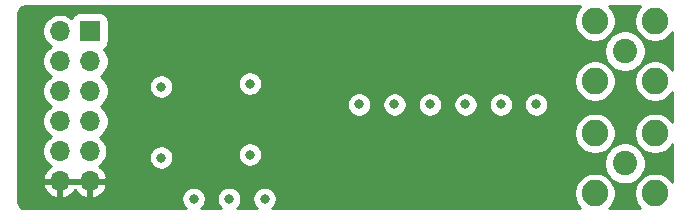
<source format=gbr>
G04 #@! TF.GenerationSoftware,KiCad,Pcbnew,5.1.10-1.fc33*
G04 #@! TF.CreationDate,2021-10-10T14:47:09-05:00*
G04 #@! TF.ProjectId,lvds_pmod,6c766473-5f70-46d6-9f64-2e6b69636164,A*
G04 #@! TF.SameCoordinates,Original*
G04 #@! TF.FileFunction,Copper,L3,Inr*
G04 #@! TF.FilePolarity,Positive*
%FSLAX46Y46*%
G04 Gerber Fmt 4.6, Leading zero omitted, Abs format (unit mm)*
G04 Created by KiCad (PCBNEW 5.1.10-1.fc33) date 2021-10-10 14:47:09*
%MOMM*%
%LPD*%
G01*
G04 APERTURE LIST*
G04 #@! TA.AperFunction,ComponentPad*
%ADD10C,2.250000*%
G04 #@! TD*
G04 #@! TA.AperFunction,ComponentPad*
%ADD11C,2.050000*%
G04 #@! TD*
G04 #@! TA.AperFunction,ComponentPad*
%ADD12O,1.700000X1.700000*%
G04 #@! TD*
G04 #@! TA.AperFunction,ComponentPad*
%ADD13R,1.700000X1.700000*%
G04 #@! TD*
G04 #@! TA.AperFunction,ViaPad*
%ADD14C,0.800000*%
G04 #@! TD*
G04 #@! TA.AperFunction,Conductor*
%ADD15C,0.254000*%
G04 #@! TD*
G04 #@! TA.AperFunction,Conductor*
%ADD16C,0.100000*%
G04 #@! TD*
G04 APERTURE END LIST*
D10*
X173960000Y-99040000D03*
X173960000Y-93960000D03*
X179040000Y-93960000D03*
X179040000Y-99040000D03*
D11*
X176500000Y-96500000D03*
D10*
X173960000Y-89540000D03*
X173960000Y-84460000D03*
X179040000Y-84460000D03*
X179040000Y-89540000D03*
D11*
X176500000Y-87000000D03*
D12*
X128660000Y-98005000D03*
X131200000Y-98005000D03*
X128660000Y-95465000D03*
X131200000Y-95465000D03*
X128660000Y-92925000D03*
X131200000Y-92925000D03*
X128660000Y-90385000D03*
X131200000Y-90385000D03*
X128660000Y-87845000D03*
X131200000Y-87845000D03*
X128660000Y-85305000D03*
D13*
X131200000Y-85305000D03*
D14*
X140087500Y-89912500D03*
X140087500Y-95912500D03*
X137250000Y-96000000D03*
X137250000Y-90000000D03*
X144750000Y-95750000D03*
X144750000Y-89750000D03*
X154000000Y-91500000D03*
X157000000Y-91500000D03*
X160000000Y-91500000D03*
X163000000Y-91500000D03*
X166000000Y-91500000D03*
X169000000Y-91500000D03*
X140000000Y-99500000D03*
X143000000Y-99500000D03*
X146000000Y-99500000D03*
D15*
X172592919Y-83338065D02*
X172400308Y-83626327D01*
X172267636Y-83946627D01*
X172200000Y-84286655D01*
X172200000Y-84633345D01*
X172267636Y-84973373D01*
X172400308Y-85293673D01*
X172592919Y-85581935D01*
X172838065Y-85827081D01*
X173126327Y-86019692D01*
X173446627Y-86152364D01*
X173786655Y-86220000D01*
X174133345Y-86220000D01*
X174473373Y-86152364D01*
X174793673Y-86019692D01*
X175081935Y-85827081D01*
X175327081Y-85581935D01*
X175519692Y-85293673D01*
X175652364Y-84973373D01*
X175720000Y-84633345D01*
X175720000Y-84286655D01*
X175652364Y-83946627D01*
X175519692Y-83626327D01*
X175327081Y-83338065D01*
X175199016Y-83210000D01*
X177800984Y-83210000D01*
X177672919Y-83338065D01*
X177480308Y-83626327D01*
X177347636Y-83946627D01*
X177280000Y-84286655D01*
X177280000Y-84633345D01*
X177347636Y-84973373D01*
X177480308Y-85293673D01*
X177672919Y-85581935D01*
X177918065Y-85827081D01*
X178206327Y-86019692D01*
X178526627Y-86152364D01*
X178866655Y-86220000D01*
X179213345Y-86220000D01*
X179553373Y-86152364D01*
X179873673Y-86019692D01*
X180161935Y-85827081D01*
X180407081Y-85581935D01*
X180535001Y-85390490D01*
X180535001Y-88609510D01*
X180407081Y-88418065D01*
X180161935Y-88172919D01*
X179873673Y-87980308D01*
X179553373Y-87847636D01*
X179213345Y-87780000D01*
X178866655Y-87780000D01*
X178526627Y-87847636D01*
X178206327Y-87980308D01*
X177918065Y-88172919D01*
X177672919Y-88418065D01*
X177480308Y-88706327D01*
X177347636Y-89026627D01*
X177280000Y-89366655D01*
X177280000Y-89713345D01*
X177347636Y-90053373D01*
X177480308Y-90373673D01*
X177672919Y-90661935D01*
X177918065Y-90907081D01*
X178206327Y-91099692D01*
X178526627Y-91232364D01*
X178866655Y-91300000D01*
X179213345Y-91300000D01*
X179553373Y-91232364D01*
X179873673Y-91099692D01*
X180161935Y-90907081D01*
X180407081Y-90661935D01*
X180535001Y-90470490D01*
X180535000Y-93029509D01*
X180407081Y-92838065D01*
X180161935Y-92592919D01*
X179873673Y-92400308D01*
X179553373Y-92267636D01*
X179213345Y-92200000D01*
X178866655Y-92200000D01*
X178526627Y-92267636D01*
X178206327Y-92400308D01*
X177918065Y-92592919D01*
X177672919Y-92838065D01*
X177480308Y-93126327D01*
X177347636Y-93446627D01*
X177280000Y-93786655D01*
X177280000Y-94133345D01*
X177347636Y-94473373D01*
X177480308Y-94793673D01*
X177672919Y-95081935D01*
X177918065Y-95327081D01*
X178206327Y-95519692D01*
X178526627Y-95652364D01*
X178866655Y-95720000D01*
X179213345Y-95720000D01*
X179553373Y-95652364D01*
X179873673Y-95519692D01*
X180161935Y-95327081D01*
X180407081Y-95081935D01*
X180535000Y-94890491D01*
X180535000Y-98109509D01*
X180407081Y-97918065D01*
X180161935Y-97672919D01*
X179873673Y-97480308D01*
X179553373Y-97347636D01*
X179213345Y-97280000D01*
X178866655Y-97280000D01*
X178526627Y-97347636D01*
X178206327Y-97480308D01*
X177918065Y-97672919D01*
X177672919Y-97918065D01*
X177480308Y-98206327D01*
X177347636Y-98526627D01*
X177280000Y-98866655D01*
X177280000Y-99213345D01*
X177347636Y-99553373D01*
X177480308Y-99873673D01*
X177672919Y-100161935D01*
X177815984Y-100305000D01*
X175184016Y-100305000D01*
X175327081Y-100161935D01*
X175519692Y-99873673D01*
X175652364Y-99553373D01*
X175720000Y-99213345D01*
X175720000Y-98866655D01*
X175652364Y-98526627D01*
X175519692Y-98206327D01*
X175327081Y-97918065D01*
X175081935Y-97672919D01*
X174793673Y-97480308D01*
X174473373Y-97347636D01*
X174133345Y-97280000D01*
X173786655Y-97280000D01*
X173446627Y-97347636D01*
X173126327Y-97480308D01*
X172838065Y-97672919D01*
X172592919Y-97918065D01*
X172400308Y-98206327D01*
X172267636Y-98526627D01*
X172200000Y-98866655D01*
X172200000Y-99213345D01*
X172267636Y-99553373D01*
X172400308Y-99873673D01*
X172592919Y-100161935D01*
X172735984Y-100305000D01*
X146658183Y-100305000D01*
X146659774Y-100303937D01*
X146803937Y-100159774D01*
X146917205Y-99990256D01*
X146995226Y-99801898D01*
X147035000Y-99601939D01*
X147035000Y-99398061D01*
X146995226Y-99198102D01*
X146917205Y-99009744D01*
X146803937Y-98840226D01*
X146659774Y-98696063D01*
X146490256Y-98582795D01*
X146301898Y-98504774D01*
X146101939Y-98465000D01*
X145898061Y-98465000D01*
X145698102Y-98504774D01*
X145509744Y-98582795D01*
X145340226Y-98696063D01*
X145196063Y-98840226D01*
X145082795Y-99009744D01*
X145004774Y-99198102D01*
X144965000Y-99398061D01*
X144965000Y-99601939D01*
X145004774Y-99801898D01*
X145082795Y-99990256D01*
X145196063Y-100159774D01*
X145340226Y-100303937D01*
X145341817Y-100305000D01*
X143658183Y-100305000D01*
X143659774Y-100303937D01*
X143803937Y-100159774D01*
X143917205Y-99990256D01*
X143995226Y-99801898D01*
X144035000Y-99601939D01*
X144035000Y-99398061D01*
X143995226Y-99198102D01*
X143917205Y-99009744D01*
X143803937Y-98840226D01*
X143659774Y-98696063D01*
X143490256Y-98582795D01*
X143301898Y-98504774D01*
X143101939Y-98465000D01*
X142898061Y-98465000D01*
X142698102Y-98504774D01*
X142509744Y-98582795D01*
X142340226Y-98696063D01*
X142196063Y-98840226D01*
X142082795Y-99009744D01*
X142004774Y-99198102D01*
X141965000Y-99398061D01*
X141965000Y-99601939D01*
X142004774Y-99801898D01*
X142082795Y-99990256D01*
X142196063Y-100159774D01*
X142340226Y-100303937D01*
X142341817Y-100305000D01*
X140658183Y-100305000D01*
X140659774Y-100303937D01*
X140803937Y-100159774D01*
X140917205Y-99990256D01*
X140995226Y-99801898D01*
X141035000Y-99601939D01*
X141035000Y-99398061D01*
X140995226Y-99198102D01*
X140917205Y-99009744D01*
X140803937Y-98840226D01*
X140659774Y-98696063D01*
X140490256Y-98582795D01*
X140301898Y-98504774D01*
X140101939Y-98465000D01*
X139898061Y-98465000D01*
X139698102Y-98504774D01*
X139509744Y-98582795D01*
X139340226Y-98696063D01*
X139196063Y-98840226D01*
X139082795Y-99009744D01*
X139004774Y-99198102D01*
X138965000Y-99398061D01*
X138965000Y-99601939D01*
X139004774Y-99801898D01*
X139082795Y-99990256D01*
X139196063Y-100159774D01*
X139340226Y-100303937D01*
X139341817Y-100305000D01*
X125762279Y-100305000D01*
X125612131Y-100290278D01*
X125498754Y-100256047D01*
X125394183Y-100200446D01*
X125302405Y-100125594D01*
X125226909Y-100034335D01*
X125170581Y-99930160D01*
X125135560Y-99817024D01*
X125120000Y-99668979D01*
X125120000Y-98361890D01*
X127218524Y-98361890D01*
X127263175Y-98509099D01*
X127388359Y-98771920D01*
X127562412Y-99005269D01*
X127778645Y-99200178D01*
X128028748Y-99349157D01*
X128303109Y-99446481D01*
X128533000Y-99325814D01*
X128533000Y-98132000D01*
X128787000Y-98132000D01*
X128787000Y-99325814D01*
X129016891Y-99446481D01*
X129291252Y-99349157D01*
X129541355Y-99200178D01*
X129757588Y-99005269D01*
X129930000Y-98774120D01*
X130102412Y-99005269D01*
X130318645Y-99200178D01*
X130568748Y-99349157D01*
X130843109Y-99446481D01*
X131073000Y-99325814D01*
X131073000Y-98132000D01*
X131327000Y-98132000D01*
X131327000Y-99325814D01*
X131556891Y-99446481D01*
X131831252Y-99349157D01*
X132081355Y-99200178D01*
X132297588Y-99005269D01*
X132471641Y-98771920D01*
X132596825Y-98509099D01*
X132641476Y-98361890D01*
X132520155Y-98132000D01*
X131327000Y-98132000D01*
X131073000Y-98132000D01*
X128787000Y-98132000D01*
X128533000Y-98132000D01*
X127339845Y-98132000D01*
X127218524Y-98361890D01*
X125120000Y-98361890D01*
X125120000Y-85158740D01*
X127175000Y-85158740D01*
X127175000Y-85451260D01*
X127232068Y-85738158D01*
X127344010Y-86008411D01*
X127506525Y-86251632D01*
X127713368Y-86458475D01*
X127887760Y-86575000D01*
X127713368Y-86691525D01*
X127506525Y-86898368D01*
X127344010Y-87141589D01*
X127232068Y-87411842D01*
X127175000Y-87698740D01*
X127175000Y-87991260D01*
X127232068Y-88278158D01*
X127344010Y-88548411D01*
X127506525Y-88791632D01*
X127713368Y-88998475D01*
X127887760Y-89115000D01*
X127713368Y-89231525D01*
X127506525Y-89438368D01*
X127344010Y-89681589D01*
X127232068Y-89951842D01*
X127175000Y-90238740D01*
X127175000Y-90531260D01*
X127232068Y-90818158D01*
X127344010Y-91088411D01*
X127506525Y-91331632D01*
X127713368Y-91538475D01*
X127887760Y-91655000D01*
X127713368Y-91771525D01*
X127506525Y-91978368D01*
X127344010Y-92221589D01*
X127232068Y-92491842D01*
X127175000Y-92778740D01*
X127175000Y-93071260D01*
X127232068Y-93358158D01*
X127344010Y-93628411D01*
X127506525Y-93871632D01*
X127713368Y-94078475D01*
X127887760Y-94195000D01*
X127713368Y-94311525D01*
X127506525Y-94518368D01*
X127344010Y-94761589D01*
X127232068Y-95031842D01*
X127175000Y-95318740D01*
X127175000Y-95611260D01*
X127232068Y-95898158D01*
X127344010Y-96168411D01*
X127506525Y-96411632D01*
X127713368Y-96618475D01*
X127895534Y-96740195D01*
X127778645Y-96809822D01*
X127562412Y-97004731D01*
X127388359Y-97238080D01*
X127263175Y-97500901D01*
X127218524Y-97648110D01*
X127339845Y-97878000D01*
X128533000Y-97878000D01*
X128533000Y-97858000D01*
X128787000Y-97858000D01*
X128787000Y-97878000D01*
X131073000Y-97878000D01*
X131073000Y-97858000D01*
X131327000Y-97858000D01*
X131327000Y-97878000D01*
X132520155Y-97878000D01*
X132641476Y-97648110D01*
X132596825Y-97500901D01*
X132471641Y-97238080D01*
X132297588Y-97004731D01*
X132081355Y-96809822D01*
X131964466Y-96740195D01*
X132146632Y-96618475D01*
X132353475Y-96411632D01*
X132515990Y-96168411D01*
X132627932Y-95898158D01*
X132627951Y-95898061D01*
X136215000Y-95898061D01*
X136215000Y-96101939D01*
X136254774Y-96301898D01*
X136332795Y-96490256D01*
X136446063Y-96659774D01*
X136590226Y-96803937D01*
X136759744Y-96917205D01*
X136948102Y-96995226D01*
X137148061Y-97035000D01*
X137351939Y-97035000D01*
X137551898Y-96995226D01*
X137740256Y-96917205D01*
X137909774Y-96803937D01*
X138053937Y-96659774D01*
X138167205Y-96490256D01*
X138245226Y-96301898D01*
X138285000Y-96101939D01*
X138285000Y-95898061D01*
X138245226Y-95698102D01*
X138224499Y-95648061D01*
X143715000Y-95648061D01*
X143715000Y-95851939D01*
X143754774Y-96051898D01*
X143832795Y-96240256D01*
X143946063Y-96409774D01*
X144090226Y-96553937D01*
X144259744Y-96667205D01*
X144448102Y-96745226D01*
X144648061Y-96785000D01*
X144851939Y-96785000D01*
X145051898Y-96745226D01*
X145240256Y-96667205D01*
X145409774Y-96553937D01*
X145553937Y-96409774D01*
X145610264Y-96325473D01*
X174728000Y-96325473D01*
X174728000Y-96674527D01*
X174796097Y-97016873D01*
X174929674Y-97339357D01*
X175123598Y-97629584D01*
X175370416Y-97876402D01*
X175660643Y-98070326D01*
X175983127Y-98203903D01*
X176325473Y-98272000D01*
X176674527Y-98272000D01*
X177016873Y-98203903D01*
X177339357Y-98070326D01*
X177629584Y-97876402D01*
X177876402Y-97629584D01*
X178070326Y-97339357D01*
X178203903Y-97016873D01*
X178272000Y-96674527D01*
X178272000Y-96325473D01*
X178203903Y-95983127D01*
X178070326Y-95660643D01*
X177876402Y-95370416D01*
X177629584Y-95123598D01*
X177339357Y-94929674D01*
X177016873Y-94796097D01*
X176674527Y-94728000D01*
X176325473Y-94728000D01*
X175983127Y-94796097D01*
X175660643Y-94929674D01*
X175370416Y-95123598D01*
X175123598Y-95370416D01*
X174929674Y-95660643D01*
X174796097Y-95983127D01*
X174728000Y-96325473D01*
X145610264Y-96325473D01*
X145667205Y-96240256D01*
X145745226Y-96051898D01*
X145785000Y-95851939D01*
X145785000Y-95648061D01*
X145745226Y-95448102D01*
X145667205Y-95259744D01*
X145553937Y-95090226D01*
X145409774Y-94946063D01*
X145240256Y-94832795D01*
X145051898Y-94754774D01*
X144851939Y-94715000D01*
X144648061Y-94715000D01*
X144448102Y-94754774D01*
X144259744Y-94832795D01*
X144090226Y-94946063D01*
X143946063Y-95090226D01*
X143832795Y-95259744D01*
X143754774Y-95448102D01*
X143715000Y-95648061D01*
X138224499Y-95648061D01*
X138167205Y-95509744D01*
X138053937Y-95340226D01*
X137909774Y-95196063D01*
X137740256Y-95082795D01*
X137551898Y-95004774D01*
X137351939Y-94965000D01*
X137148061Y-94965000D01*
X136948102Y-95004774D01*
X136759744Y-95082795D01*
X136590226Y-95196063D01*
X136446063Y-95340226D01*
X136332795Y-95509744D01*
X136254774Y-95698102D01*
X136215000Y-95898061D01*
X132627951Y-95898061D01*
X132685000Y-95611260D01*
X132685000Y-95318740D01*
X132627932Y-95031842D01*
X132515990Y-94761589D01*
X132353475Y-94518368D01*
X132146632Y-94311525D01*
X132073037Y-94262351D01*
X132218028Y-94165471D01*
X132440471Y-93943028D01*
X132544956Y-93786655D01*
X172200000Y-93786655D01*
X172200000Y-94133345D01*
X172267636Y-94473373D01*
X172400308Y-94793673D01*
X172592919Y-95081935D01*
X172838065Y-95327081D01*
X173126327Y-95519692D01*
X173446627Y-95652364D01*
X173786655Y-95720000D01*
X174133345Y-95720000D01*
X174473373Y-95652364D01*
X174793673Y-95519692D01*
X175081935Y-95327081D01*
X175327081Y-95081935D01*
X175519692Y-94793673D01*
X175652364Y-94473373D01*
X175720000Y-94133345D01*
X175720000Y-93786655D01*
X175652364Y-93446627D01*
X175519692Y-93126327D01*
X175327081Y-92838065D01*
X175081935Y-92592919D01*
X174793673Y-92400308D01*
X174473373Y-92267636D01*
X174133345Y-92200000D01*
X173786655Y-92200000D01*
X173446627Y-92267636D01*
X173126327Y-92400308D01*
X172838065Y-92592919D01*
X172592919Y-92838065D01*
X172400308Y-93126327D01*
X172267636Y-93446627D01*
X172200000Y-93786655D01*
X132544956Y-93786655D01*
X132615243Y-93681463D01*
X132735628Y-93390828D01*
X132797000Y-93082291D01*
X132797000Y-92767709D01*
X132735628Y-92459172D01*
X132615243Y-92168537D01*
X132440471Y-91906972D01*
X132218028Y-91684529D01*
X132173835Y-91655000D01*
X132218028Y-91625471D01*
X132440471Y-91403028D01*
X132443789Y-91398061D01*
X152965000Y-91398061D01*
X152965000Y-91601939D01*
X153004774Y-91801898D01*
X153082795Y-91990256D01*
X153196063Y-92159774D01*
X153340226Y-92303937D01*
X153509744Y-92417205D01*
X153698102Y-92495226D01*
X153898061Y-92535000D01*
X154101939Y-92535000D01*
X154301898Y-92495226D01*
X154490256Y-92417205D01*
X154659774Y-92303937D01*
X154803937Y-92159774D01*
X154917205Y-91990256D01*
X154995226Y-91801898D01*
X155035000Y-91601939D01*
X155035000Y-91398061D01*
X155965000Y-91398061D01*
X155965000Y-91601939D01*
X156004774Y-91801898D01*
X156082795Y-91990256D01*
X156196063Y-92159774D01*
X156340226Y-92303937D01*
X156509744Y-92417205D01*
X156698102Y-92495226D01*
X156898061Y-92535000D01*
X157101939Y-92535000D01*
X157301898Y-92495226D01*
X157490256Y-92417205D01*
X157659774Y-92303937D01*
X157803937Y-92159774D01*
X157917205Y-91990256D01*
X157995226Y-91801898D01*
X158035000Y-91601939D01*
X158035000Y-91398061D01*
X158965000Y-91398061D01*
X158965000Y-91601939D01*
X159004774Y-91801898D01*
X159082795Y-91990256D01*
X159196063Y-92159774D01*
X159340226Y-92303937D01*
X159509744Y-92417205D01*
X159698102Y-92495226D01*
X159898061Y-92535000D01*
X160101939Y-92535000D01*
X160301898Y-92495226D01*
X160490256Y-92417205D01*
X160659774Y-92303937D01*
X160803937Y-92159774D01*
X160917205Y-91990256D01*
X160995226Y-91801898D01*
X161035000Y-91601939D01*
X161035000Y-91398061D01*
X161965000Y-91398061D01*
X161965000Y-91601939D01*
X162004774Y-91801898D01*
X162082795Y-91990256D01*
X162196063Y-92159774D01*
X162340226Y-92303937D01*
X162509744Y-92417205D01*
X162698102Y-92495226D01*
X162898061Y-92535000D01*
X163101939Y-92535000D01*
X163301898Y-92495226D01*
X163490256Y-92417205D01*
X163659774Y-92303937D01*
X163803937Y-92159774D01*
X163917205Y-91990256D01*
X163995226Y-91801898D01*
X164035000Y-91601939D01*
X164035000Y-91398061D01*
X164965000Y-91398061D01*
X164965000Y-91601939D01*
X165004774Y-91801898D01*
X165082795Y-91990256D01*
X165196063Y-92159774D01*
X165340226Y-92303937D01*
X165509744Y-92417205D01*
X165698102Y-92495226D01*
X165898061Y-92535000D01*
X166101939Y-92535000D01*
X166301898Y-92495226D01*
X166490256Y-92417205D01*
X166659774Y-92303937D01*
X166803937Y-92159774D01*
X166917205Y-91990256D01*
X166995226Y-91801898D01*
X167035000Y-91601939D01*
X167035000Y-91398061D01*
X167965000Y-91398061D01*
X167965000Y-91601939D01*
X168004774Y-91801898D01*
X168082795Y-91990256D01*
X168196063Y-92159774D01*
X168340226Y-92303937D01*
X168509744Y-92417205D01*
X168698102Y-92495226D01*
X168898061Y-92535000D01*
X169101939Y-92535000D01*
X169301898Y-92495226D01*
X169490256Y-92417205D01*
X169659774Y-92303937D01*
X169803937Y-92159774D01*
X169917205Y-91990256D01*
X169995226Y-91801898D01*
X170035000Y-91601939D01*
X170035000Y-91398061D01*
X169995226Y-91198102D01*
X169917205Y-91009744D01*
X169803937Y-90840226D01*
X169659774Y-90696063D01*
X169490256Y-90582795D01*
X169301898Y-90504774D01*
X169101939Y-90465000D01*
X168898061Y-90465000D01*
X168698102Y-90504774D01*
X168509744Y-90582795D01*
X168340226Y-90696063D01*
X168196063Y-90840226D01*
X168082795Y-91009744D01*
X168004774Y-91198102D01*
X167965000Y-91398061D01*
X167035000Y-91398061D01*
X166995226Y-91198102D01*
X166917205Y-91009744D01*
X166803937Y-90840226D01*
X166659774Y-90696063D01*
X166490256Y-90582795D01*
X166301898Y-90504774D01*
X166101939Y-90465000D01*
X165898061Y-90465000D01*
X165698102Y-90504774D01*
X165509744Y-90582795D01*
X165340226Y-90696063D01*
X165196063Y-90840226D01*
X165082795Y-91009744D01*
X165004774Y-91198102D01*
X164965000Y-91398061D01*
X164035000Y-91398061D01*
X163995226Y-91198102D01*
X163917205Y-91009744D01*
X163803937Y-90840226D01*
X163659774Y-90696063D01*
X163490256Y-90582795D01*
X163301898Y-90504774D01*
X163101939Y-90465000D01*
X162898061Y-90465000D01*
X162698102Y-90504774D01*
X162509744Y-90582795D01*
X162340226Y-90696063D01*
X162196063Y-90840226D01*
X162082795Y-91009744D01*
X162004774Y-91198102D01*
X161965000Y-91398061D01*
X161035000Y-91398061D01*
X160995226Y-91198102D01*
X160917205Y-91009744D01*
X160803937Y-90840226D01*
X160659774Y-90696063D01*
X160490256Y-90582795D01*
X160301898Y-90504774D01*
X160101939Y-90465000D01*
X159898061Y-90465000D01*
X159698102Y-90504774D01*
X159509744Y-90582795D01*
X159340226Y-90696063D01*
X159196063Y-90840226D01*
X159082795Y-91009744D01*
X159004774Y-91198102D01*
X158965000Y-91398061D01*
X158035000Y-91398061D01*
X157995226Y-91198102D01*
X157917205Y-91009744D01*
X157803937Y-90840226D01*
X157659774Y-90696063D01*
X157490256Y-90582795D01*
X157301898Y-90504774D01*
X157101939Y-90465000D01*
X156898061Y-90465000D01*
X156698102Y-90504774D01*
X156509744Y-90582795D01*
X156340226Y-90696063D01*
X156196063Y-90840226D01*
X156082795Y-91009744D01*
X156004774Y-91198102D01*
X155965000Y-91398061D01*
X155035000Y-91398061D01*
X154995226Y-91198102D01*
X154917205Y-91009744D01*
X154803937Y-90840226D01*
X154659774Y-90696063D01*
X154490256Y-90582795D01*
X154301898Y-90504774D01*
X154101939Y-90465000D01*
X153898061Y-90465000D01*
X153698102Y-90504774D01*
X153509744Y-90582795D01*
X153340226Y-90696063D01*
X153196063Y-90840226D01*
X153082795Y-91009744D01*
X153004774Y-91198102D01*
X152965000Y-91398061D01*
X132443789Y-91398061D01*
X132615243Y-91141463D01*
X132735628Y-90850828D01*
X132797000Y-90542291D01*
X132797000Y-90227709D01*
X132735628Y-89919172D01*
X132726884Y-89898061D01*
X136215000Y-89898061D01*
X136215000Y-90101939D01*
X136254774Y-90301898D01*
X136332795Y-90490256D01*
X136446063Y-90659774D01*
X136590226Y-90803937D01*
X136759744Y-90917205D01*
X136948102Y-90995226D01*
X137148061Y-91035000D01*
X137351939Y-91035000D01*
X137551898Y-90995226D01*
X137740256Y-90917205D01*
X137909774Y-90803937D01*
X138053937Y-90659774D01*
X138167205Y-90490256D01*
X138245226Y-90301898D01*
X138285000Y-90101939D01*
X138285000Y-89898061D01*
X138245226Y-89698102D01*
X138224499Y-89648061D01*
X143715000Y-89648061D01*
X143715000Y-89851939D01*
X143754774Y-90051898D01*
X143832795Y-90240256D01*
X143946063Y-90409774D01*
X144090226Y-90553937D01*
X144259744Y-90667205D01*
X144448102Y-90745226D01*
X144648061Y-90785000D01*
X144851939Y-90785000D01*
X145051898Y-90745226D01*
X145240256Y-90667205D01*
X145409774Y-90553937D01*
X145553937Y-90409774D01*
X145667205Y-90240256D01*
X145745226Y-90051898D01*
X145785000Y-89851939D01*
X145785000Y-89648061D01*
X145745226Y-89448102D01*
X145711490Y-89366655D01*
X172200000Y-89366655D01*
X172200000Y-89713345D01*
X172267636Y-90053373D01*
X172400308Y-90373673D01*
X172592919Y-90661935D01*
X172838065Y-90907081D01*
X173126327Y-91099692D01*
X173446627Y-91232364D01*
X173786655Y-91300000D01*
X174133345Y-91300000D01*
X174473373Y-91232364D01*
X174793673Y-91099692D01*
X175081935Y-90907081D01*
X175327081Y-90661935D01*
X175519692Y-90373673D01*
X175652364Y-90053373D01*
X175720000Y-89713345D01*
X175720000Y-89366655D01*
X175652364Y-89026627D01*
X175519692Y-88706327D01*
X175327081Y-88418065D01*
X175081935Y-88172919D01*
X174793673Y-87980308D01*
X174473373Y-87847636D01*
X174133345Y-87780000D01*
X173786655Y-87780000D01*
X173446627Y-87847636D01*
X173126327Y-87980308D01*
X172838065Y-88172919D01*
X172592919Y-88418065D01*
X172400308Y-88706327D01*
X172267636Y-89026627D01*
X172200000Y-89366655D01*
X145711490Y-89366655D01*
X145667205Y-89259744D01*
X145553937Y-89090226D01*
X145409774Y-88946063D01*
X145240256Y-88832795D01*
X145051898Y-88754774D01*
X144851939Y-88715000D01*
X144648061Y-88715000D01*
X144448102Y-88754774D01*
X144259744Y-88832795D01*
X144090226Y-88946063D01*
X143946063Y-89090226D01*
X143832795Y-89259744D01*
X143754774Y-89448102D01*
X143715000Y-89648061D01*
X138224499Y-89648061D01*
X138167205Y-89509744D01*
X138053937Y-89340226D01*
X137909774Y-89196063D01*
X137740256Y-89082795D01*
X137551898Y-89004774D01*
X137351939Y-88965000D01*
X137148061Y-88965000D01*
X136948102Y-89004774D01*
X136759744Y-89082795D01*
X136590226Y-89196063D01*
X136446063Y-89340226D01*
X136332795Y-89509744D01*
X136254774Y-89698102D01*
X136215000Y-89898061D01*
X132726884Y-89898061D01*
X132615243Y-89628537D01*
X132440471Y-89366972D01*
X132218028Y-89144529D01*
X132173835Y-89115000D01*
X132218028Y-89085471D01*
X132440471Y-88863028D01*
X132615243Y-88601463D01*
X132735628Y-88310828D01*
X132797000Y-88002291D01*
X132797000Y-87687709D01*
X132735628Y-87379172D01*
X132615243Y-87088537D01*
X132440471Y-86826972D01*
X132438972Y-86825473D01*
X174728000Y-86825473D01*
X174728000Y-87174527D01*
X174796097Y-87516873D01*
X174929674Y-87839357D01*
X175123598Y-88129584D01*
X175370416Y-88376402D01*
X175660643Y-88570326D01*
X175983127Y-88703903D01*
X176325473Y-88772000D01*
X176674527Y-88772000D01*
X177016873Y-88703903D01*
X177339357Y-88570326D01*
X177629584Y-88376402D01*
X177876402Y-88129584D01*
X178070326Y-87839357D01*
X178203903Y-87516873D01*
X178272000Y-87174527D01*
X178272000Y-86825473D01*
X178203903Y-86483127D01*
X178070326Y-86160643D01*
X177876402Y-85870416D01*
X177629584Y-85623598D01*
X177339357Y-85429674D01*
X177016873Y-85296097D01*
X176674527Y-85228000D01*
X176325473Y-85228000D01*
X175983127Y-85296097D01*
X175660643Y-85429674D01*
X175370416Y-85623598D01*
X175123598Y-85870416D01*
X174929674Y-86160643D01*
X174796097Y-86483127D01*
X174728000Y-86825473D01*
X132438972Y-86825473D01*
X132418530Y-86805031D01*
X132467019Y-86779113D01*
X132580764Y-86685764D01*
X132674113Y-86572019D01*
X132743477Y-86442248D01*
X132786191Y-86301438D01*
X132800614Y-86155000D01*
X132800614Y-84455000D01*
X132786191Y-84308562D01*
X132743477Y-84167752D01*
X132674113Y-84037981D01*
X132580764Y-83924236D01*
X132467019Y-83830887D01*
X132337248Y-83761523D01*
X132196438Y-83718809D01*
X132050000Y-83704386D01*
X130350000Y-83704386D01*
X130203562Y-83718809D01*
X130062752Y-83761523D01*
X129932981Y-83830887D01*
X129819236Y-83924236D01*
X129725887Y-84037981D01*
X129656523Y-84167752D01*
X129648688Y-84193581D01*
X129606632Y-84151525D01*
X129363411Y-83989010D01*
X129093158Y-83877068D01*
X128806260Y-83820000D01*
X128513740Y-83820000D01*
X128226842Y-83877068D01*
X127956589Y-83989010D01*
X127713368Y-84151525D01*
X127506525Y-84358368D01*
X127344010Y-84601589D01*
X127232068Y-84871842D01*
X127175000Y-85158740D01*
X125120000Y-85158740D01*
X125120000Y-83852279D01*
X125134722Y-83702131D01*
X125168953Y-83588754D01*
X125224555Y-83484181D01*
X125299407Y-83392404D01*
X125390664Y-83316909D01*
X125494844Y-83260581D01*
X125607976Y-83225560D01*
X125756022Y-83210000D01*
X172720984Y-83210000D01*
X172592919Y-83338065D01*
G04 #@! TA.AperFunction,Conductor*
D16*
G36*
X172592919Y-83338065D02*
G01*
X172400308Y-83626327D01*
X172267636Y-83946627D01*
X172200000Y-84286655D01*
X172200000Y-84633345D01*
X172267636Y-84973373D01*
X172400308Y-85293673D01*
X172592919Y-85581935D01*
X172838065Y-85827081D01*
X173126327Y-86019692D01*
X173446627Y-86152364D01*
X173786655Y-86220000D01*
X174133345Y-86220000D01*
X174473373Y-86152364D01*
X174793673Y-86019692D01*
X175081935Y-85827081D01*
X175327081Y-85581935D01*
X175519692Y-85293673D01*
X175652364Y-84973373D01*
X175720000Y-84633345D01*
X175720000Y-84286655D01*
X175652364Y-83946627D01*
X175519692Y-83626327D01*
X175327081Y-83338065D01*
X175199016Y-83210000D01*
X177800984Y-83210000D01*
X177672919Y-83338065D01*
X177480308Y-83626327D01*
X177347636Y-83946627D01*
X177280000Y-84286655D01*
X177280000Y-84633345D01*
X177347636Y-84973373D01*
X177480308Y-85293673D01*
X177672919Y-85581935D01*
X177918065Y-85827081D01*
X178206327Y-86019692D01*
X178526627Y-86152364D01*
X178866655Y-86220000D01*
X179213345Y-86220000D01*
X179553373Y-86152364D01*
X179873673Y-86019692D01*
X180161935Y-85827081D01*
X180407081Y-85581935D01*
X180535001Y-85390490D01*
X180535001Y-88609510D01*
X180407081Y-88418065D01*
X180161935Y-88172919D01*
X179873673Y-87980308D01*
X179553373Y-87847636D01*
X179213345Y-87780000D01*
X178866655Y-87780000D01*
X178526627Y-87847636D01*
X178206327Y-87980308D01*
X177918065Y-88172919D01*
X177672919Y-88418065D01*
X177480308Y-88706327D01*
X177347636Y-89026627D01*
X177280000Y-89366655D01*
X177280000Y-89713345D01*
X177347636Y-90053373D01*
X177480308Y-90373673D01*
X177672919Y-90661935D01*
X177918065Y-90907081D01*
X178206327Y-91099692D01*
X178526627Y-91232364D01*
X178866655Y-91300000D01*
X179213345Y-91300000D01*
X179553373Y-91232364D01*
X179873673Y-91099692D01*
X180161935Y-90907081D01*
X180407081Y-90661935D01*
X180535001Y-90470490D01*
X180535000Y-93029509D01*
X180407081Y-92838065D01*
X180161935Y-92592919D01*
X179873673Y-92400308D01*
X179553373Y-92267636D01*
X179213345Y-92200000D01*
X178866655Y-92200000D01*
X178526627Y-92267636D01*
X178206327Y-92400308D01*
X177918065Y-92592919D01*
X177672919Y-92838065D01*
X177480308Y-93126327D01*
X177347636Y-93446627D01*
X177280000Y-93786655D01*
X177280000Y-94133345D01*
X177347636Y-94473373D01*
X177480308Y-94793673D01*
X177672919Y-95081935D01*
X177918065Y-95327081D01*
X178206327Y-95519692D01*
X178526627Y-95652364D01*
X178866655Y-95720000D01*
X179213345Y-95720000D01*
X179553373Y-95652364D01*
X179873673Y-95519692D01*
X180161935Y-95327081D01*
X180407081Y-95081935D01*
X180535000Y-94890491D01*
X180535000Y-98109509D01*
X180407081Y-97918065D01*
X180161935Y-97672919D01*
X179873673Y-97480308D01*
X179553373Y-97347636D01*
X179213345Y-97280000D01*
X178866655Y-97280000D01*
X178526627Y-97347636D01*
X178206327Y-97480308D01*
X177918065Y-97672919D01*
X177672919Y-97918065D01*
X177480308Y-98206327D01*
X177347636Y-98526627D01*
X177280000Y-98866655D01*
X177280000Y-99213345D01*
X177347636Y-99553373D01*
X177480308Y-99873673D01*
X177672919Y-100161935D01*
X177815984Y-100305000D01*
X175184016Y-100305000D01*
X175327081Y-100161935D01*
X175519692Y-99873673D01*
X175652364Y-99553373D01*
X175720000Y-99213345D01*
X175720000Y-98866655D01*
X175652364Y-98526627D01*
X175519692Y-98206327D01*
X175327081Y-97918065D01*
X175081935Y-97672919D01*
X174793673Y-97480308D01*
X174473373Y-97347636D01*
X174133345Y-97280000D01*
X173786655Y-97280000D01*
X173446627Y-97347636D01*
X173126327Y-97480308D01*
X172838065Y-97672919D01*
X172592919Y-97918065D01*
X172400308Y-98206327D01*
X172267636Y-98526627D01*
X172200000Y-98866655D01*
X172200000Y-99213345D01*
X172267636Y-99553373D01*
X172400308Y-99873673D01*
X172592919Y-100161935D01*
X172735984Y-100305000D01*
X146658183Y-100305000D01*
X146659774Y-100303937D01*
X146803937Y-100159774D01*
X146917205Y-99990256D01*
X146995226Y-99801898D01*
X147035000Y-99601939D01*
X147035000Y-99398061D01*
X146995226Y-99198102D01*
X146917205Y-99009744D01*
X146803937Y-98840226D01*
X146659774Y-98696063D01*
X146490256Y-98582795D01*
X146301898Y-98504774D01*
X146101939Y-98465000D01*
X145898061Y-98465000D01*
X145698102Y-98504774D01*
X145509744Y-98582795D01*
X145340226Y-98696063D01*
X145196063Y-98840226D01*
X145082795Y-99009744D01*
X145004774Y-99198102D01*
X144965000Y-99398061D01*
X144965000Y-99601939D01*
X145004774Y-99801898D01*
X145082795Y-99990256D01*
X145196063Y-100159774D01*
X145340226Y-100303937D01*
X145341817Y-100305000D01*
X143658183Y-100305000D01*
X143659774Y-100303937D01*
X143803937Y-100159774D01*
X143917205Y-99990256D01*
X143995226Y-99801898D01*
X144035000Y-99601939D01*
X144035000Y-99398061D01*
X143995226Y-99198102D01*
X143917205Y-99009744D01*
X143803937Y-98840226D01*
X143659774Y-98696063D01*
X143490256Y-98582795D01*
X143301898Y-98504774D01*
X143101939Y-98465000D01*
X142898061Y-98465000D01*
X142698102Y-98504774D01*
X142509744Y-98582795D01*
X142340226Y-98696063D01*
X142196063Y-98840226D01*
X142082795Y-99009744D01*
X142004774Y-99198102D01*
X141965000Y-99398061D01*
X141965000Y-99601939D01*
X142004774Y-99801898D01*
X142082795Y-99990256D01*
X142196063Y-100159774D01*
X142340226Y-100303937D01*
X142341817Y-100305000D01*
X140658183Y-100305000D01*
X140659774Y-100303937D01*
X140803937Y-100159774D01*
X140917205Y-99990256D01*
X140995226Y-99801898D01*
X141035000Y-99601939D01*
X141035000Y-99398061D01*
X140995226Y-99198102D01*
X140917205Y-99009744D01*
X140803937Y-98840226D01*
X140659774Y-98696063D01*
X140490256Y-98582795D01*
X140301898Y-98504774D01*
X140101939Y-98465000D01*
X139898061Y-98465000D01*
X139698102Y-98504774D01*
X139509744Y-98582795D01*
X139340226Y-98696063D01*
X139196063Y-98840226D01*
X139082795Y-99009744D01*
X139004774Y-99198102D01*
X138965000Y-99398061D01*
X138965000Y-99601939D01*
X139004774Y-99801898D01*
X139082795Y-99990256D01*
X139196063Y-100159774D01*
X139340226Y-100303937D01*
X139341817Y-100305000D01*
X125762279Y-100305000D01*
X125612131Y-100290278D01*
X125498754Y-100256047D01*
X125394183Y-100200446D01*
X125302405Y-100125594D01*
X125226909Y-100034335D01*
X125170581Y-99930160D01*
X125135560Y-99817024D01*
X125120000Y-99668979D01*
X125120000Y-98361890D01*
X127218524Y-98361890D01*
X127263175Y-98509099D01*
X127388359Y-98771920D01*
X127562412Y-99005269D01*
X127778645Y-99200178D01*
X128028748Y-99349157D01*
X128303109Y-99446481D01*
X128533000Y-99325814D01*
X128533000Y-98132000D01*
X128787000Y-98132000D01*
X128787000Y-99325814D01*
X129016891Y-99446481D01*
X129291252Y-99349157D01*
X129541355Y-99200178D01*
X129757588Y-99005269D01*
X129930000Y-98774120D01*
X130102412Y-99005269D01*
X130318645Y-99200178D01*
X130568748Y-99349157D01*
X130843109Y-99446481D01*
X131073000Y-99325814D01*
X131073000Y-98132000D01*
X131327000Y-98132000D01*
X131327000Y-99325814D01*
X131556891Y-99446481D01*
X131831252Y-99349157D01*
X132081355Y-99200178D01*
X132297588Y-99005269D01*
X132471641Y-98771920D01*
X132596825Y-98509099D01*
X132641476Y-98361890D01*
X132520155Y-98132000D01*
X131327000Y-98132000D01*
X131073000Y-98132000D01*
X128787000Y-98132000D01*
X128533000Y-98132000D01*
X127339845Y-98132000D01*
X127218524Y-98361890D01*
X125120000Y-98361890D01*
X125120000Y-85158740D01*
X127175000Y-85158740D01*
X127175000Y-85451260D01*
X127232068Y-85738158D01*
X127344010Y-86008411D01*
X127506525Y-86251632D01*
X127713368Y-86458475D01*
X127887760Y-86575000D01*
X127713368Y-86691525D01*
X127506525Y-86898368D01*
X127344010Y-87141589D01*
X127232068Y-87411842D01*
X127175000Y-87698740D01*
X127175000Y-87991260D01*
X127232068Y-88278158D01*
X127344010Y-88548411D01*
X127506525Y-88791632D01*
X127713368Y-88998475D01*
X127887760Y-89115000D01*
X127713368Y-89231525D01*
X127506525Y-89438368D01*
X127344010Y-89681589D01*
X127232068Y-89951842D01*
X127175000Y-90238740D01*
X127175000Y-90531260D01*
X127232068Y-90818158D01*
X127344010Y-91088411D01*
X127506525Y-91331632D01*
X127713368Y-91538475D01*
X127887760Y-91655000D01*
X127713368Y-91771525D01*
X127506525Y-91978368D01*
X127344010Y-92221589D01*
X127232068Y-92491842D01*
X127175000Y-92778740D01*
X127175000Y-93071260D01*
X127232068Y-93358158D01*
X127344010Y-93628411D01*
X127506525Y-93871632D01*
X127713368Y-94078475D01*
X127887760Y-94195000D01*
X127713368Y-94311525D01*
X127506525Y-94518368D01*
X127344010Y-94761589D01*
X127232068Y-95031842D01*
X127175000Y-95318740D01*
X127175000Y-95611260D01*
X127232068Y-95898158D01*
X127344010Y-96168411D01*
X127506525Y-96411632D01*
X127713368Y-96618475D01*
X127895534Y-96740195D01*
X127778645Y-96809822D01*
X127562412Y-97004731D01*
X127388359Y-97238080D01*
X127263175Y-97500901D01*
X127218524Y-97648110D01*
X127339845Y-97878000D01*
X128533000Y-97878000D01*
X128533000Y-97858000D01*
X128787000Y-97858000D01*
X128787000Y-97878000D01*
X131073000Y-97878000D01*
X131073000Y-97858000D01*
X131327000Y-97858000D01*
X131327000Y-97878000D01*
X132520155Y-97878000D01*
X132641476Y-97648110D01*
X132596825Y-97500901D01*
X132471641Y-97238080D01*
X132297588Y-97004731D01*
X132081355Y-96809822D01*
X131964466Y-96740195D01*
X132146632Y-96618475D01*
X132353475Y-96411632D01*
X132515990Y-96168411D01*
X132627932Y-95898158D01*
X132627951Y-95898061D01*
X136215000Y-95898061D01*
X136215000Y-96101939D01*
X136254774Y-96301898D01*
X136332795Y-96490256D01*
X136446063Y-96659774D01*
X136590226Y-96803937D01*
X136759744Y-96917205D01*
X136948102Y-96995226D01*
X137148061Y-97035000D01*
X137351939Y-97035000D01*
X137551898Y-96995226D01*
X137740256Y-96917205D01*
X137909774Y-96803937D01*
X138053937Y-96659774D01*
X138167205Y-96490256D01*
X138245226Y-96301898D01*
X138285000Y-96101939D01*
X138285000Y-95898061D01*
X138245226Y-95698102D01*
X138224499Y-95648061D01*
X143715000Y-95648061D01*
X143715000Y-95851939D01*
X143754774Y-96051898D01*
X143832795Y-96240256D01*
X143946063Y-96409774D01*
X144090226Y-96553937D01*
X144259744Y-96667205D01*
X144448102Y-96745226D01*
X144648061Y-96785000D01*
X144851939Y-96785000D01*
X145051898Y-96745226D01*
X145240256Y-96667205D01*
X145409774Y-96553937D01*
X145553937Y-96409774D01*
X145610264Y-96325473D01*
X174728000Y-96325473D01*
X174728000Y-96674527D01*
X174796097Y-97016873D01*
X174929674Y-97339357D01*
X175123598Y-97629584D01*
X175370416Y-97876402D01*
X175660643Y-98070326D01*
X175983127Y-98203903D01*
X176325473Y-98272000D01*
X176674527Y-98272000D01*
X177016873Y-98203903D01*
X177339357Y-98070326D01*
X177629584Y-97876402D01*
X177876402Y-97629584D01*
X178070326Y-97339357D01*
X178203903Y-97016873D01*
X178272000Y-96674527D01*
X178272000Y-96325473D01*
X178203903Y-95983127D01*
X178070326Y-95660643D01*
X177876402Y-95370416D01*
X177629584Y-95123598D01*
X177339357Y-94929674D01*
X177016873Y-94796097D01*
X176674527Y-94728000D01*
X176325473Y-94728000D01*
X175983127Y-94796097D01*
X175660643Y-94929674D01*
X175370416Y-95123598D01*
X175123598Y-95370416D01*
X174929674Y-95660643D01*
X174796097Y-95983127D01*
X174728000Y-96325473D01*
X145610264Y-96325473D01*
X145667205Y-96240256D01*
X145745226Y-96051898D01*
X145785000Y-95851939D01*
X145785000Y-95648061D01*
X145745226Y-95448102D01*
X145667205Y-95259744D01*
X145553937Y-95090226D01*
X145409774Y-94946063D01*
X145240256Y-94832795D01*
X145051898Y-94754774D01*
X144851939Y-94715000D01*
X144648061Y-94715000D01*
X144448102Y-94754774D01*
X144259744Y-94832795D01*
X144090226Y-94946063D01*
X143946063Y-95090226D01*
X143832795Y-95259744D01*
X143754774Y-95448102D01*
X143715000Y-95648061D01*
X138224499Y-95648061D01*
X138167205Y-95509744D01*
X138053937Y-95340226D01*
X137909774Y-95196063D01*
X137740256Y-95082795D01*
X137551898Y-95004774D01*
X137351939Y-94965000D01*
X137148061Y-94965000D01*
X136948102Y-95004774D01*
X136759744Y-95082795D01*
X136590226Y-95196063D01*
X136446063Y-95340226D01*
X136332795Y-95509744D01*
X136254774Y-95698102D01*
X136215000Y-95898061D01*
X132627951Y-95898061D01*
X132685000Y-95611260D01*
X132685000Y-95318740D01*
X132627932Y-95031842D01*
X132515990Y-94761589D01*
X132353475Y-94518368D01*
X132146632Y-94311525D01*
X132073037Y-94262351D01*
X132218028Y-94165471D01*
X132440471Y-93943028D01*
X132544956Y-93786655D01*
X172200000Y-93786655D01*
X172200000Y-94133345D01*
X172267636Y-94473373D01*
X172400308Y-94793673D01*
X172592919Y-95081935D01*
X172838065Y-95327081D01*
X173126327Y-95519692D01*
X173446627Y-95652364D01*
X173786655Y-95720000D01*
X174133345Y-95720000D01*
X174473373Y-95652364D01*
X174793673Y-95519692D01*
X175081935Y-95327081D01*
X175327081Y-95081935D01*
X175519692Y-94793673D01*
X175652364Y-94473373D01*
X175720000Y-94133345D01*
X175720000Y-93786655D01*
X175652364Y-93446627D01*
X175519692Y-93126327D01*
X175327081Y-92838065D01*
X175081935Y-92592919D01*
X174793673Y-92400308D01*
X174473373Y-92267636D01*
X174133345Y-92200000D01*
X173786655Y-92200000D01*
X173446627Y-92267636D01*
X173126327Y-92400308D01*
X172838065Y-92592919D01*
X172592919Y-92838065D01*
X172400308Y-93126327D01*
X172267636Y-93446627D01*
X172200000Y-93786655D01*
X132544956Y-93786655D01*
X132615243Y-93681463D01*
X132735628Y-93390828D01*
X132797000Y-93082291D01*
X132797000Y-92767709D01*
X132735628Y-92459172D01*
X132615243Y-92168537D01*
X132440471Y-91906972D01*
X132218028Y-91684529D01*
X132173835Y-91655000D01*
X132218028Y-91625471D01*
X132440471Y-91403028D01*
X132443789Y-91398061D01*
X152965000Y-91398061D01*
X152965000Y-91601939D01*
X153004774Y-91801898D01*
X153082795Y-91990256D01*
X153196063Y-92159774D01*
X153340226Y-92303937D01*
X153509744Y-92417205D01*
X153698102Y-92495226D01*
X153898061Y-92535000D01*
X154101939Y-92535000D01*
X154301898Y-92495226D01*
X154490256Y-92417205D01*
X154659774Y-92303937D01*
X154803937Y-92159774D01*
X154917205Y-91990256D01*
X154995226Y-91801898D01*
X155035000Y-91601939D01*
X155035000Y-91398061D01*
X155965000Y-91398061D01*
X155965000Y-91601939D01*
X156004774Y-91801898D01*
X156082795Y-91990256D01*
X156196063Y-92159774D01*
X156340226Y-92303937D01*
X156509744Y-92417205D01*
X156698102Y-92495226D01*
X156898061Y-92535000D01*
X157101939Y-92535000D01*
X157301898Y-92495226D01*
X157490256Y-92417205D01*
X157659774Y-92303937D01*
X157803937Y-92159774D01*
X157917205Y-91990256D01*
X157995226Y-91801898D01*
X158035000Y-91601939D01*
X158035000Y-91398061D01*
X158965000Y-91398061D01*
X158965000Y-91601939D01*
X159004774Y-91801898D01*
X159082795Y-91990256D01*
X159196063Y-92159774D01*
X159340226Y-92303937D01*
X159509744Y-92417205D01*
X159698102Y-92495226D01*
X159898061Y-92535000D01*
X160101939Y-92535000D01*
X160301898Y-92495226D01*
X160490256Y-92417205D01*
X160659774Y-92303937D01*
X160803937Y-92159774D01*
X160917205Y-91990256D01*
X160995226Y-91801898D01*
X161035000Y-91601939D01*
X161035000Y-91398061D01*
X161965000Y-91398061D01*
X161965000Y-91601939D01*
X162004774Y-91801898D01*
X162082795Y-91990256D01*
X162196063Y-92159774D01*
X162340226Y-92303937D01*
X162509744Y-92417205D01*
X162698102Y-92495226D01*
X162898061Y-92535000D01*
X163101939Y-92535000D01*
X163301898Y-92495226D01*
X163490256Y-92417205D01*
X163659774Y-92303937D01*
X163803937Y-92159774D01*
X163917205Y-91990256D01*
X163995226Y-91801898D01*
X164035000Y-91601939D01*
X164035000Y-91398061D01*
X164965000Y-91398061D01*
X164965000Y-91601939D01*
X165004774Y-91801898D01*
X165082795Y-91990256D01*
X165196063Y-92159774D01*
X165340226Y-92303937D01*
X165509744Y-92417205D01*
X165698102Y-92495226D01*
X165898061Y-92535000D01*
X166101939Y-92535000D01*
X166301898Y-92495226D01*
X166490256Y-92417205D01*
X166659774Y-92303937D01*
X166803937Y-92159774D01*
X166917205Y-91990256D01*
X166995226Y-91801898D01*
X167035000Y-91601939D01*
X167035000Y-91398061D01*
X167965000Y-91398061D01*
X167965000Y-91601939D01*
X168004774Y-91801898D01*
X168082795Y-91990256D01*
X168196063Y-92159774D01*
X168340226Y-92303937D01*
X168509744Y-92417205D01*
X168698102Y-92495226D01*
X168898061Y-92535000D01*
X169101939Y-92535000D01*
X169301898Y-92495226D01*
X169490256Y-92417205D01*
X169659774Y-92303937D01*
X169803937Y-92159774D01*
X169917205Y-91990256D01*
X169995226Y-91801898D01*
X170035000Y-91601939D01*
X170035000Y-91398061D01*
X169995226Y-91198102D01*
X169917205Y-91009744D01*
X169803937Y-90840226D01*
X169659774Y-90696063D01*
X169490256Y-90582795D01*
X169301898Y-90504774D01*
X169101939Y-90465000D01*
X168898061Y-90465000D01*
X168698102Y-90504774D01*
X168509744Y-90582795D01*
X168340226Y-90696063D01*
X168196063Y-90840226D01*
X168082795Y-91009744D01*
X168004774Y-91198102D01*
X167965000Y-91398061D01*
X167035000Y-91398061D01*
X166995226Y-91198102D01*
X166917205Y-91009744D01*
X166803937Y-90840226D01*
X166659774Y-90696063D01*
X166490256Y-90582795D01*
X166301898Y-90504774D01*
X166101939Y-90465000D01*
X165898061Y-90465000D01*
X165698102Y-90504774D01*
X165509744Y-90582795D01*
X165340226Y-90696063D01*
X165196063Y-90840226D01*
X165082795Y-91009744D01*
X165004774Y-91198102D01*
X164965000Y-91398061D01*
X164035000Y-91398061D01*
X163995226Y-91198102D01*
X163917205Y-91009744D01*
X163803937Y-90840226D01*
X163659774Y-90696063D01*
X163490256Y-90582795D01*
X163301898Y-90504774D01*
X163101939Y-90465000D01*
X162898061Y-90465000D01*
X162698102Y-90504774D01*
X162509744Y-90582795D01*
X162340226Y-90696063D01*
X162196063Y-90840226D01*
X162082795Y-91009744D01*
X162004774Y-91198102D01*
X161965000Y-91398061D01*
X161035000Y-91398061D01*
X160995226Y-91198102D01*
X160917205Y-91009744D01*
X160803937Y-90840226D01*
X160659774Y-90696063D01*
X160490256Y-90582795D01*
X160301898Y-90504774D01*
X160101939Y-90465000D01*
X159898061Y-90465000D01*
X159698102Y-90504774D01*
X159509744Y-90582795D01*
X159340226Y-90696063D01*
X159196063Y-90840226D01*
X159082795Y-91009744D01*
X159004774Y-91198102D01*
X158965000Y-91398061D01*
X158035000Y-91398061D01*
X157995226Y-91198102D01*
X157917205Y-91009744D01*
X157803937Y-90840226D01*
X157659774Y-90696063D01*
X157490256Y-90582795D01*
X157301898Y-90504774D01*
X157101939Y-90465000D01*
X156898061Y-90465000D01*
X156698102Y-90504774D01*
X156509744Y-90582795D01*
X156340226Y-90696063D01*
X156196063Y-90840226D01*
X156082795Y-91009744D01*
X156004774Y-91198102D01*
X155965000Y-91398061D01*
X155035000Y-91398061D01*
X154995226Y-91198102D01*
X154917205Y-91009744D01*
X154803937Y-90840226D01*
X154659774Y-90696063D01*
X154490256Y-90582795D01*
X154301898Y-90504774D01*
X154101939Y-90465000D01*
X153898061Y-90465000D01*
X153698102Y-90504774D01*
X153509744Y-90582795D01*
X153340226Y-90696063D01*
X153196063Y-90840226D01*
X153082795Y-91009744D01*
X153004774Y-91198102D01*
X152965000Y-91398061D01*
X132443789Y-91398061D01*
X132615243Y-91141463D01*
X132735628Y-90850828D01*
X132797000Y-90542291D01*
X132797000Y-90227709D01*
X132735628Y-89919172D01*
X132726884Y-89898061D01*
X136215000Y-89898061D01*
X136215000Y-90101939D01*
X136254774Y-90301898D01*
X136332795Y-90490256D01*
X136446063Y-90659774D01*
X136590226Y-90803937D01*
X136759744Y-90917205D01*
X136948102Y-90995226D01*
X137148061Y-91035000D01*
X137351939Y-91035000D01*
X137551898Y-90995226D01*
X137740256Y-90917205D01*
X137909774Y-90803937D01*
X138053937Y-90659774D01*
X138167205Y-90490256D01*
X138245226Y-90301898D01*
X138285000Y-90101939D01*
X138285000Y-89898061D01*
X138245226Y-89698102D01*
X138224499Y-89648061D01*
X143715000Y-89648061D01*
X143715000Y-89851939D01*
X143754774Y-90051898D01*
X143832795Y-90240256D01*
X143946063Y-90409774D01*
X144090226Y-90553937D01*
X144259744Y-90667205D01*
X144448102Y-90745226D01*
X144648061Y-90785000D01*
X144851939Y-90785000D01*
X145051898Y-90745226D01*
X145240256Y-90667205D01*
X145409774Y-90553937D01*
X145553937Y-90409774D01*
X145667205Y-90240256D01*
X145745226Y-90051898D01*
X145785000Y-89851939D01*
X145785000Y-89648061D01*
X145745226Y-89448102D01*
X145711490Y-89366655D01*
X172200000Y-89366655D01*
X172200000Y-89713345D01*
X172267636Y-90053373D01*
X172400308Y-90373673D01*
X172592919Y-90661935D01*
X172838065Y-90907081D01*
X173126327Y-91099692D01*
X173446627Y-91232364D01*
X173786655Y-91300000D01*
X174133345Y-91300000D01*
X174473373Y-91232364D01*
X174793673Y-91099692D01*
X175081935Y-90907081D01*
X175327081Y-90661935D01*
X175519692Y-90373673D01*
X175652364Y-90053373D01*
X175720000Y-89713345D01*
X175720000Y-89366655D01*
X175652364Y-89026627D01*
X175519692Y-88706327D01*
X175327081Y-88418065D01*
X175081935Y-88172919D01*
X174793673Y-87980308D01*
X174473373Y-87847636D01*
X174133345Y-87780000D01*
X173786655Y-87780000D01*
X173446627Y-87847636D01*
X173126327Y-87980308D01*
X172838065Y-88172919D01*
X172592919Y-88418065D01*
X172400308Y-88706327D01*
X172267636Y-89026627D01*
X172200000Y-89366655D01*
X145711490Y-89366655D01*
X145667205Y-89259744D01*
X145553937Y-89090226D01*
X145409774Y-88946063D01*
X145240256Y-88832795D01*
X145051898Y-88754774D01*
X144851939Y-88715000D01*
X144648061Y-88715000D01*
X144448102Y-88754774D01*
X144259744Y-88832795D01*
X144090226Y-88946063D01*
X143946063Y-89090226D01*
X143832795Y-89259744D01*
X143754774Y-89448102D01*
X143715000Y-89648061D01*
X138224499Y-89648061D01*
X138167205Y-89509744D01*
X138053937Y-89340226D01*
X137909774Y-89196063D01*
X137740256Y-89082795D01*
X137551898Y-89004774D01*
X137351939Y-88965000D01*
X137148061Y-88965000D01*
X136948102Y-89004774D01*
X136759744Y-89082795D01*
X136590226Y-89196063D01*
X136446063Y-89340226D01*
X136332795Y-89509744D01*
X136254774Y-89698102D01*
X136215000Y-89898061D01*
X132726884Y-89898061D01*
X132615243Y-89628537D01*
X132440471Y-89366972D01*
X132218028Y-89144529D01*
X132173835Y-89115000D01*
X132218028Y-89085471D01*
X132440471Y-88863028D01*
X132615243Y-88601463D01*
X132735628Y-88310828D01*
X132797000Y-88002291D01*
X132797000Y-87687709D01*
X132735628Y-87379172D01*
X132615243Y-87088537D01*
X132440471Y-86826972D01*
X132438972Y-86825473D01*
X174728000Y-86825473D01*
X174728000Y-87174527D01*
X174796097Y-87516873D01*
X174929674Y-87839357D01*
X175123598Y-88129584D01*
X175370416Y-88376402D01*
X175660643Y-88570326D01*
X175983127Y-88703903D01*
X176325473Y-88772000D01*
X176674527Y-88772000D01*
X177016873Y-88703903D01*
X177339357Y-88570326D01*
X177629584Y-88376402D01*
X177876402Y-88129584D01*
X178070326Y-87839357D01*
X178203903Y-87516873D01*
X178272000Y-87174527D01*
X178272000Y-86825473D01*
X178203903Y-86483127D01*
X178070326Y-86160643D01*
X177876402Y-85870416D01*
X177629584Y-85623598D01*
X177339357Y-85429674D01*
X177016873Y-85296097D01*
X176674527Y-85228000D01*
X176325473Y-85228000D01*
X175983127Y-85296097D01*
X175660643Y-85429674D01*
X175370416Y-85623598D01*
X175123598Y-85870416D01*
X174929674Y-86160643D01*
X174796097Y-86483127D01*
X174728000Y-86825473D01*
X132438972Y-86825473D01*
X132418530Y-86805031D01*
X132467019Y-86779113D01*
X132580764Y-86685764D01*
X132674113Y-86572019D01*
X132743477Y-86442248D01*
X132786191Y-86301438D01*
X132800614Y-86155000D01*
X132800614Y-84455000D01*
X132786191Y-84308562D01*
X132743477Y-84167752D01*
X132674113Y-84037981D01*
X132580764Y-83924236D01*
X132467019Y-83830887D01*
X132337248Y-83761523D01*
X132196438Y-83718809D01*
X132050000Y-83704386D01*
X130350000Y-83704386D01*
X130203562Y-83718809D01*
X130062752Y-83761523D01*
X129932981Y-83830887D01*
X129819236Y-83924236D01*
X129725887Y-84037981D01*
X129656523Y-84167752D01*
X129648688Y-84193581D01*
X129606632Y-84151525D01*
X129363411Y-83989010D01*
X129093158Y-83877068D01*
X128806260Y-83820000D01*
X128513740Y-83820000D01*
X128226842Y-83877068D01*
X127956589Y-83989010D01*
X127713368Y-84151525D01*
X127506525Y-84358368D01*
X127344010Y-84601589D01*
X127232068Y-84871842D01*
X127175000Y-85158740D01*
X125120000Y-85158740D01*
X125120000Y-83852279D01*
X125134722Y-83702131D01*
X125168953Y-83588754D01*
X125224555Y-83484181D01*
X125299407Y-83392404D01*
X125390664Y-83316909D01*
X125494844Y-83260581D01*
X125607976Y-83225560D01*
X125756022Y-83210000D01*
X172720984Y-83210000D01*
X172592919Y-83338065D01*
G37*
G04 #@! TD.AperFunction*
M02*

</source>
